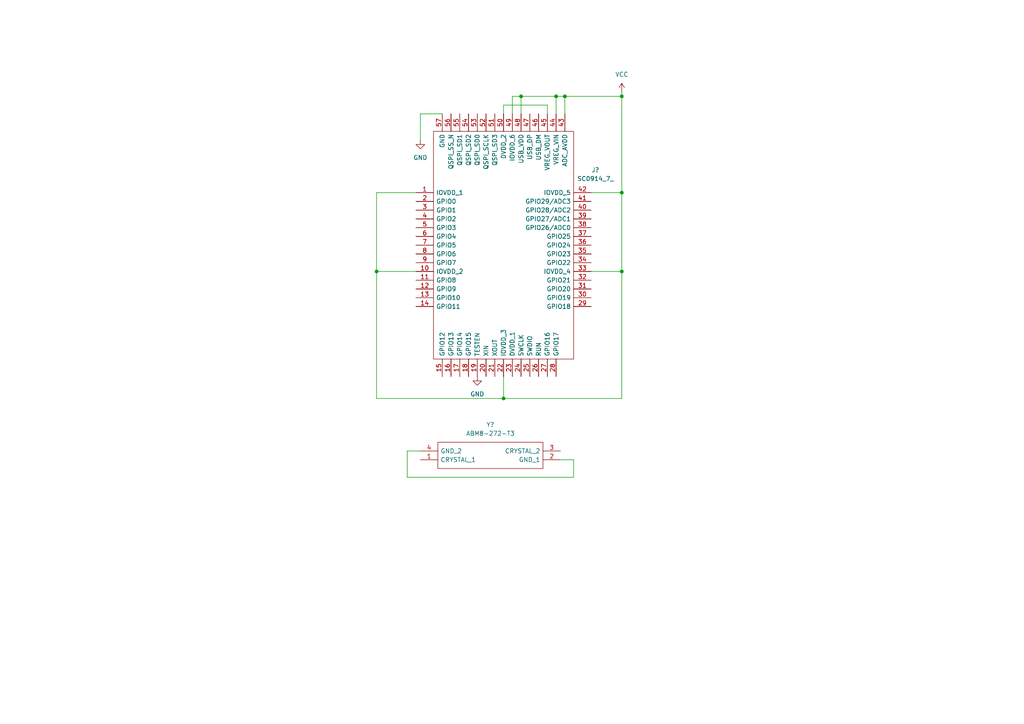
<source format=kicad_sch>
(kicad_sch (version 20211123) (generator eeschema)
  (paper "A4")
  (lib_symbols
    (symbol "SC0914_7_:ABM8-272-T3" (pin_names (offset 0.762))
      (property "Reference" "Y" (at 36.83 7.62 0))
      (property "Value" "ABM8-272-T3" (at 36.83 5.08 0))
      (symbol "ABM8-272-T3_0_0"
        (pin passive line (at 0 -2.54 0) (length 5.08) (name "CRYSTAL_1") (number "1"))
        (pin passive line (at 40.64 -2.54 180) (length 5.08) (name "GND_1") (number "2"))
        (pin passive line (at 40.64 0 180) (length 5.08) (name "CRYSTAL_2") (number "3"))
        (pin passive line (at 0 0 0) (length 5.08) (name "GND_2") (number "4"))
      )
      (symbol "ABM8-272-T3_0_1"
        (polyline (pts (xy 5.08 2.54) (xy 35.56 2.54) (xy 35.56 -5.08) (xy 5.08 -5.08) (xy 5.08 2.54)) (stroke (width 0.1524)))
      )
    )
    (symbol "SC0914_7_:SC0914_7_" (pin_names (offset 0.762))
      (property "Reference" "J" (at 46.99 22.86 0))
      (property "Value" "SC0914_7_" (at 46.99 20.32 0))
      (symbol "SC0914_7__0_0"
        (pin passive line (at 0 0 0) (length 5.08) (name "IOVDD_1") (number "1"))
        (pin passive line (at 0 -22.86 0) (length 5.08) (name "IOVDD_2") (number "10"))
        (pin passive line (at 0 -25.4 0) (length 5.08) (name "GPIO8") (number "11"))
        (pin passive line (at 0 -27.94 0) (length 5.08) (name "GPIO9") (number "12"))
        (pin passive line (at 0 -30.48 0) (length 5.08) (name "GPIO10") (number "13"))
        (pin passive line (at 0 -33.02 0) (length 5.08) (name "GPIO11") (number "14"))
        (pin passive line (at 7.62 -53.34 90) (length 5.08) (name "GPIO12") (number "15"))
        (pin passive line (at 10.16 -53.34 90) (length 5.08) (name "GPIO13") (number "16"))
        (pin passive line (at 12.7 -53.34 90) (length 5.08) (name "GPIO14") (number "17"))
        (pin passive line (at 15.24 -53.34 90) (length 5.08) (name "GPIO15") (number "18"))
        (pin passive line (at 17.78 -53.34 90) (length 5.08) (name "TESTEN") (number "19"))
        (pin passive line (at 0 -2.54 0) (length 5.08) (name "GPIO0") (number "2"))
        (pin passive line (at 20.32 -53.34 90) (length 5.08) (name "XIN") (number "20"))
        (pin passive line (at 22.86 -53.34 90) (length 5.08) (name "XOUT") (number "21"))
        (pin passive line (at 25.4 -53.34 90) (length 5.08) (name "IOVDD_3") (number "22"))
        (pin passive line (at 27.94 -53.34 90) (length 5.08) (name "DVDD_1") (number "23"))
        (pin passive line (at 30.48 -53.34 90) (length 5.08) (name "SWCLK") (number "24"))
        (pin passive line (at 33.02 -53.34 90) (length 5.08) (name "SWDIO") (number "25"))
        (pin passive line (at 35.56 -53.34 90) (length 5.08) (name "RUN") (number "26"))
        (pin passive line (at 38.1 -53.34 90) (length 5.08) (name "GPIO16") (number "27"))
        (pin passive line (at 40.64 -53.34 90) (length 5.08) (name "GPIO17") (number "28"))
        (pin passive line (at 50.8 -33.02 180) (length 5.08) (name "GPIO18") (number "29"))
        (pin passive line (at 0 -5.08 0) (length 5.08) (name "GPIO1") (number "3"))
        (pin passive line (at 50.8 -30.48 180) (length 5.08) (name "GPIO19") (number "30"))
        (pin passive line (at 50.8 -27.94 180) (length 5.08) (name "GPIO20") (number "31"))
        (pin passive line (at 50.8 -25.4 180) (length 5.08) (name "GPIO21") (number "32"))
        (pin passive line (at 50.8 -22.86 180) (length 5.08) (name "IOVDD_4") (number "33"))
        (pin passive line (at 50.8 -20.32 180) (length 5.08) (name "GPIO22") (number "34"))
        (pin passive line (at 50.8 -17.78 180) (length 5.08) (name "GPIO23") (number "35"))
        (pin passive line (at 50.8 -15.24 180) (length 5.08) (name "GPIO24") (number "36"))
        (pin passive line (at 50.8 -12.7 180) (length 5.08) (name "GPIO25") (number "37"))
        (pin passive line (at 50.8 -10.16 180) (length 5.08) (name "GPIO26/ADC0") (number "38"))
        (pin passive line (at 50.8 -7.62 180) (length 5.08) (name "GPIO27/ADC1") (number "39"))
        (pin passive line (at 0 -7.62 0) (length 5.08) (name "GPIO2") (number "4"))
        (pin passive line (at 50.8 -5.08 180) (length 5.08) (name "GPIO28/ADC2") (number "40"))
        (pin passive line (at 50.8 -2.54 180) (length 5.08) (name "GPIO29/ADC3") (number "41"))
        (pin passive line (at 50.8 0 180) (length 5.08) (name "IOVDD_5") (number "42"))
        (pin passive line (at 43.18 22.86 270) (length 5.08) (name "ADC_AVDD") (number "43"))
        (pin passive line (at 40.64 22.86 270) (length 5.08) (name "VREG_VIN") (number "44"))
        (pin passive line (at 38.1 22.86 270) (length 5.08) (name "VREG_VOUT") (number "45"))
        (pin passive line (at 35.56 22.86 270) (length 5.08) (name "USB_DM") (number "46"))
        (pin passive line (at 33.02 22.86 270) (length 5.08) (name "USB_DP") (number "47"))
        (pin passive line (at 30.48 22.86 270) (length 5.08) (name "USB_VDD") (number "48"))
        (pin passive line (at 27.94 22.86 270) (length 5.08) (name "IOVDD_6") (number "49"))
        (pin passive line (at 0 -10.16 0) (length 5.08) (name "GPIO3") (number "5"))
        (pin passive line (at 25.4 22.86 270) (length 5.08) (name "DVDD_2") (number "50"))
        (pin passive line (at 22.86 22.86 270) (length 5.08) (name "QSPI_SD3") (number "51"))
        (pin passive line (at 20.32 22.86 270) (length 5.08) (name "QSPI_SCLK") (number "52"))
        (pin passive line (at 17.78 22.86 270) (length 5.08) (name "QSPI_SD0") (number "53"))
        (pin passive line (at 15.24 22.86 270) (length 5.08) (name "QSPI_SD2") (number "54"))
        (pin passive line (at 12.7 22.86 270) (length 5.08) (name "QSPI_SD1") (number "55"))
        (pin passive line (at 10.16 22.86 270) (length 5.08) (name "QSPI_SS_N") (number "56"))
        (pin passive line (at 7.62 22.86 270) (length 5.08) (name "GND") (number "57"))
        (pin passive line (at 0 -12.7 0) (length 5.08) (name "GPIO4") (number "6"))
        (pin passive line (at 0 -15.24 0) (length 5.08) (name "GPIO5") (number "7"))
        (pin passive line (at 0 -17.78 0) (length 5.08) (name "GPIO6") (number "8"))
        (pin passive line (at 0 -20.32 0) (length 5.08) (name "GPIO7") (number "9"))
      )
      (symbol "SC0914_7__0_1"
        (polyline (pts (xy 5.08 17.78) (xy 45.72 17.78) (xy 45.72 -48.26) (xy 5.08 -48.26) (xy 5.08 17.78)) (stroke (width 0.1524)))
      )
    )
    (symbol "power:GND" (power) (pin_names (offset 0))
      (property "Value" "GND" (at 0 -3.81 0))
      (symbol "GND_0_1"
        (polyline (pts (xy 0 0) (xy 0 -1.27) (xy 1.27 -1.27) (xy 0 -2.54) (xy -1.27 -1.27) (xy 0 -1.27)))
      )
      (symbol "GND_1_1"
        (pin power_in line (at 0 0 270) (length 0) hide (name "GND") (number "1"))
      )
    )
    (symbol "power:VCC" (power) (pin_names (offset 0))
      (property "Value" "VCC" (at 0 3.81 0))
      (symbol "VCC_0_1"
        (polyline (pts (xy -0.762 1.27) (xy 0 2.54)))
        (polyline (pts (xy 0 0) (xy 0 2.54)))
        (polyline (pts (xy 0 2.54) (xy 0.762 1.27)))
      )
      (symbol "VCC_1_1"
        (pin power_in line (at 0 0 90) (length 0) hide (name "VCC") (number "1"))
      )
    )
  )
  (junction (at 151.13 27.94))
  (junction (at 180.34 27.94))
  (junction (at 163.83 27.94))
  (junction (at 161.29 27.94))
  (junction (at 180.34 78.74))
  (junction (at 109.22 78.74))
  (junction (at 180.34 55.88))
  (junction (at 146.05 115.57))
  (wire (pts (xy 166.37 133.35) (xy 166.37 138.43)))
  (wire (pts (xy 148.59 33.02) (xy 148.59 27.94)))
  (wire (pts (xy 109.22 115.57) (xy 146.05 115.57)))
  (wire (pts (xy 180.34 78.74) (xy 180.34 115.57)))
  (wire (pts (xy 118.11 130.81) (xy 121.92 130.81)))
  (wire (pts (xy 158.75 30.48) (xy 158.75 33.02)))
  (wire (pts (xy 161.29 27.94) (xy 163.83 27.94)))
  (wire (pts (xy 121.92 33.02) (xy 121.92 40.64)))
  (wire (pts (xy 180.34 55.88) (xy 180.34 78.74)))
  (wire (pts (xy 109.22 78.74) (xy 120.65 78.74)))
  (wire (pts (xy 166.37 138.43) (xy 118.11 138.43)))
  (wire (pts (xy 180.34 27.94) (xy 180.34 55.88)))
  (wire (pts (xy 171.45 55.88) (xy 180.34 55.88)))
  (wire (pts (xy 166.37 133.35) (xy 162.56 133.35)))
  (wire (pts (xy 163.83 27.94) (xy 180.34 27.94)))
  (wire (pts (xy 163.83 27.94) (xy 163.83 33.02)))
  (wire (pts (xy 146.05 109.22) (xy 146.05 115.57)))
  (wire (pts (xy 151.13 27.94) (xy 161.29 27.94)))
  (wire (pts (xy 171.45 78.74) (xy 180.34 78.74)))
  (wire (pts (xy 128.27 33.02) (xy 121.92 33.02)))
  (wire (pts (xy 118.11 138.43) (xy 118.11 130.81)))
  (wire (pts (xy 120.65 55.88) (xy 109.22 55.88)))
  (wire (pts (xy 151.13 27.94) (xy 151.13 33.02)))
  (wire (pts (xy 146.05 30.48) (xy 158.75 30.48)))
  (wire (pts (xy 148.59 27.94) (xy 151.13 27.94)))
  (wire (pts (xy 161.29 27.94) (xy 161.29 33.02)))
  (wire (pts (xy 180.34 26.67) (xy 180.34 27.94)))
  (wire (pts (xy 146.05 33.02) (xy 146.05 30.48)))
  (wire (pts (xy 109.22 78.74) (xy 109.22 115.57)))
  (wire (pts (xy 146.05 115.57) (xy 180.34 115.57)))
  (wire (pts (xy 109.22 55.88) (xy 109.22 78.74)))
  (symbol (lib_id "SC0914_7_:SC0914_7_") (at 120.65 55.88 0) (unit 1)
    (property "Reference" "J?" (at 172.72 49.3012 0))
    (property "Value" "SC0914_7_" (at 172.72 51.8412 0))
    (property "Footprint" "QFN40P700X700X90-57N-D" (effects hide))
    (property "Description" "Microcontrollers connect the world of software to the world of hardware. They allow developers to write software which interacts with the physical world in the same deterministic, cycle-accurate manner as digital logic. They occupy the bottom left corner of the price/performance space, outselling their more powerful brethren by a factor of ten to one. They are the workhorses that power the digital transformation of our world." (effects hide))
    (property "Height" "0.9" (effects hide))
    (property "Mouser Part Number" "358-SC09147" (effects hide))
    (property "Mouser Price/Stock" "https://www.mouser.co.uk/ProductDetail/Raspberry-Pi/SC09147?qs=T%252BzbugeAwjhSpdbCB4ve%252Bg%3D%3D" (effects hide))
    (property "Manufacturer_Name" "RASPBERRY-PI" (effects hide))
    (property "Manufacturer_Part_Number" "SC0914(7)" (effects hide))
  )
  (symbol (lib_id "SC0914_7_:ABM8-272-T3") (at 121.92 130.81 0) (unit 1)
    (property "Reference" "Y?" (at 142.24 123.19 0))
    (property "Value" "ABM8-272-T3" (at 142.24 125.73 0))
    (property "Footprint" "ABM8272T3" (effects hide))
    (property "Datasheet" "https://abracon.com/datasheets/ABM8-272-T3.pdf" (effects hide))
    (property "Description" "Crystal, 12 MHz, SMD, 3.2mm x 2.5mm, 30 ppm, 10 pF, 30 ppm, ABM8 Series" (effects hide))
    (property "Height" "0.8" (effects hide))
    (property "Mouser Part Number" "815-ABM8-272-T3" (effects hide))
    (property "Mouser Price/Stock" "https://www.mouser.co.uk/ProductDetail/ABRACON/ABM8-272-T3?qs=QpmGXVUTftEj6miOiJBMxQ%3D%3D" (effects hide))
    (property "Manufacturer_Name" "ABRACON" (effects hide))
    (property "Manufacturer_Part_Number" "ABM8-272-T3" (effects hide))
  )
  (symbol (lib_id "power:VCC") (at 180.34 26.67 0) (unit 1)
    (property "Reference" "#PWR?" (effects hide))
    (property "Value" "VCC" (at 180.34 21.59 0))
  )
  (symbol (lib_id "power:GND") (at 121.92 40.64 0) (unit 1)
    (property "Reference" "#PWR?" (effects hide))
    (property "Value" "GND" (at 121.92 45.72 0))
  )
  (symbol (lib_id "power:GND") (at 138.43 109.22 0) (unit 1)
    (property "Reference" "#PWR?" (effects hide))
    (property "Value" "GND" (at 138.43 114.3 0))
  )
)
</source>
